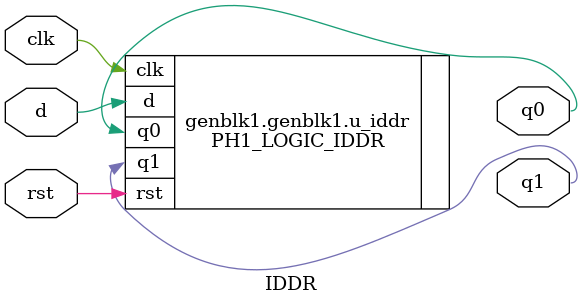
<source format=v>
`timescale 1ns / 1ps
module IDDR (
        q1,
        q0,
        clk,
        d,
        rst
);
output           q1;
output           q0;
input            clk;
input            d;
input            rst;
parameter ASYNCRST      = "ENABLE";     //ENABLE, DISABLE
parameter PIPEMODE      = "PIPED";      //PIPED, NONE
parameter DEVICE 		= "PH1";//"PH1" "EG4" "PH1A400"

generate 
if(DEVICE == "EG4")
begin
	EG_LOGIC_IDDR #(
		.ASYNCRST(ASYNCRST),     //ENABLE, DISABLE
		.PIPEMODE(PIPEMODE)      //PIPED, NONE
	)
	u_iddr
	(
		.q1	(q1	),
		.q0	(q0	),
		.clk(clk),
		.d	(d	),
		.rst(rst)
	);		
end
else if(DEVICE == "PH1")
begin
	PH1_LOGIC_IDDR #(
		.ASYNCRST(ASYNCRST),     //ENABLE, DISABLE
		.PIPEMODE(PIPEMODE)      //PIPED, NONE
	)
	u_iddr
	(
		.q1	(q1	),
		.q0	(q0	),
		.clk(clk),
		.d	(d	),
		.rst(rst)
	);		
end
endgenerate

endmodule
</source>
